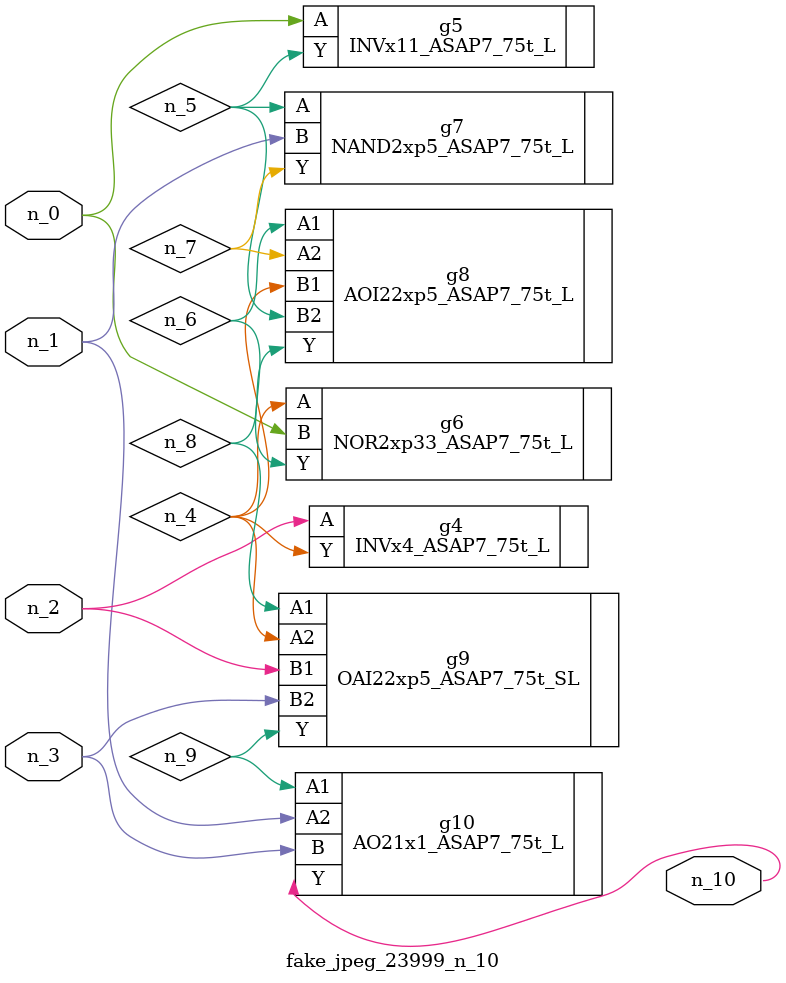
<source format=v>
module fake_jpeg_23999_n_10 (n_0, n_3, n_2, n_1, n_10);

input n_0;
input n_3;
input n_2;
input n_1;

output n_10;

wire n_4;
wire n_8;
wire n_9;
wire n_6;
wire n_5;
wire n_7;

INVx4_ASAP7_75t_L g4 ( 
.A(n_2),
.Y(n_4)
);

INVx11_ASAP7_75t_L g5 ( 
.A(n_0),
.Y(n_5)
);

NOR2xp33_ASAP7_75t_L g6 ( 
.A(n_4),
.B(n_0),
.Y(n_6)
);

AOI22xp5_ASAP7_75t_L g8 ( 
.A1(n_6),
.A2(n_7),
.B1(n_4),
.B2(n_5),
.Y(n_8)
);

NAND2xp5_ASAP7_75t_L g7 ( 
.A(n_5),
.B(n_1),
.Y(n_7)
);

OAI22xp5_ASAP7_75t_SL g9 ( 
.A1(n_8),
.A2(n_4),
.B1(n_2),
.B2(n_3),
.Y(n_9)
);

AO21x1_ASAP7_75t_L g10 ( 
.A1(n_9),
.A2(n_1),
.B(n_3),
.Y(n_10)
);


endmodule
</source>
